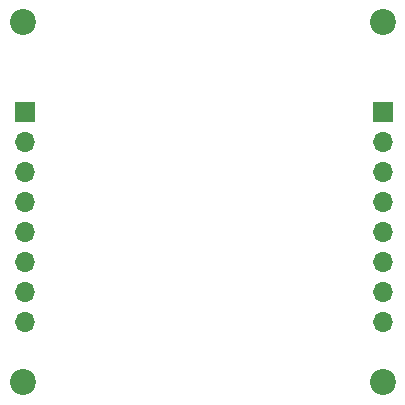
<source format=gbr>
%TF.GenerationSoftware,KiCad,Pcbnew,(6.0.7-1)-1*%
%TF.CreationDate,2023-02-09T22:12:40-08:00*%
%TF.ProjectId,MiniProject,4d696e69-5072-46f6-9a65-63742e6b6963,rev?*%
%TF.SameCoordinates,Original*%
%TF.FileFunction,Soldermask,Bot*%
%TF.FilePolarity,Negative*%
%FSLAX46Y46*%
G04 Gerber Fmt 4.6, Leading zero omitted, Abs format (unit mm)*
G04 Created by KiCad (PCBNEW (6.0.7-1)-1) date 2023-02-09 22:12:40*
%MOMM*%
%LPD*%
G01*
G04 APERTURE LIST*
%ADD10C,2.200000*%
%ADD11R,1.700000X1.700000*%
%ADD12O,1.700000X1.700000*%
G04 APERTURE END LIST*
D10*
%TO.C,M2*%
X175260000Y-91440000D03*
%TD*%
%TO.C,M2*%
X144780000Y-91440000D03*
%TD*%
%TO.C,M2*%
X175260000Y-121920000D03*
%TD*%
%TO.C,M2*%
X144780000Y-121920000D03*
%TD*%
D11*
%TO.C,J1*%
X175260000Y-99060000D03*
D12*
X175260000Y-101600000D03*
X175260000Y-104140000D03*
X175260000Y-106680000D03*
X175260000Y-109220000D03*
X175260000Y-111760000D03*
X175260000Y-114300000D03*
X175260000Y-116840000D03*
%TD*%
D11*
%TO.C,J0*%
X145000000Y-99060000D03*
D12*
X145000000Y-101600000D03*
X145000000Y-104140000D03*
X145000000Y-106680000D03*
X145000000Y-109220000D03*
X145000000Y-111760000D03*
X145000000Y-114300000D03*
X145000000Y-116840000D03*
%TD*%
M02*

</source>
